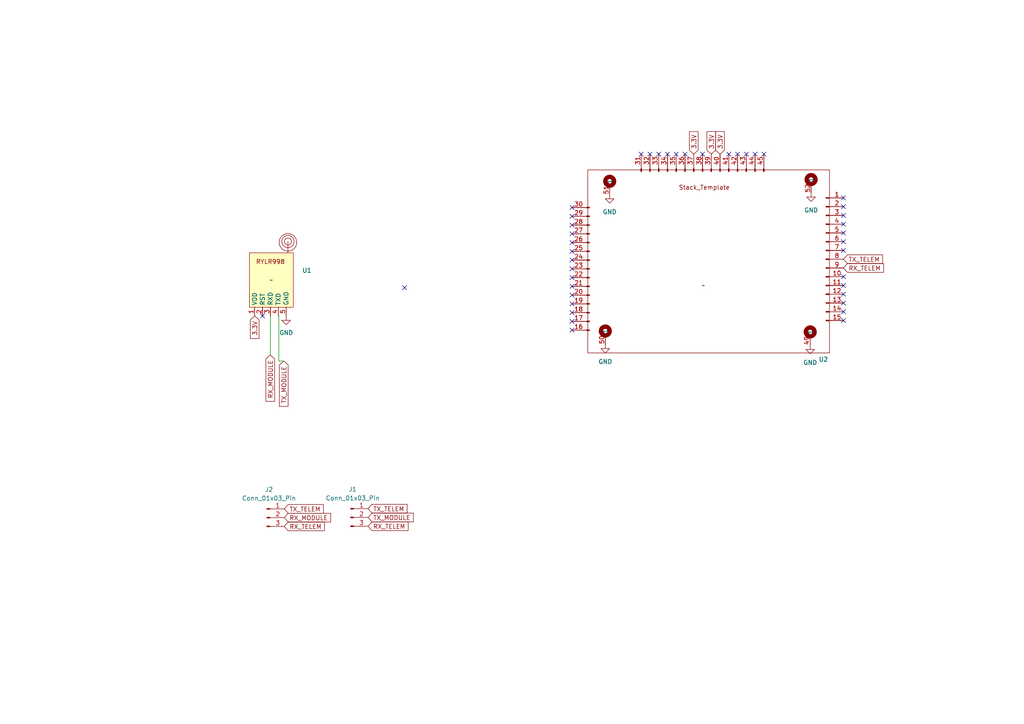
<source format=kicad_sch>
(kicad_sch (version 20230121) (generator eeschema)
  (paper "A4")
  (lib_symbols
    (symbol "Connector:Conn_01x03_Pin" (pin_names (offset 1.016) hide)
      (property "Reference" "J" (at 0 5.08 0))
      (property "Value" "Conn_01x03_Pin" (at 0 -5.08 0))
      (symbol "Conn_01x03_Pin_1_1"
        (polyline (pts (xy 1.27 -2.54) (xy 0.8636 -2.54)) (stroke (width 0.1524)))
        (polyline (pts (xy 1.27 0) (xy 0.8636 0)) (stroke (width 0.1524)))
        (polyline (pts (xy 1.27 2.54) (xy 0.8636 2.54)) (stroke (width 0.1524)))
        (rectangle (start 0.8636 -2.413) (end 0 -2.667) (stroke (width 0.1524)) (fill (type outline)))
        (rectangle (start 0.8636 0.127) (end 0 -0.127) (stroke (width 0.1524)) (fill (type outline)))
        (rectangle (start 0.8636 2.667) (end 0 2.413) (stroke (width 0.1524)) (fill (type outline)))
        (pin passive line (at 5.08 2.54 180) (length 3.81) (name "Pin_1") (number "1"))
        (pin passive line (at 5.08 0 180) (length 3.81) (name "Pin_2") (number "2"))
        (pin passive line (at 5.08 -2.54 180) (length 3.81) (name "Pin_3") (number "3"))
      )
    )
    (symbol "RYLR998:RYLR998"
      (property "Reference" "U" (at 0 0 0))
      (symbol "RYLR998_0_1"
        (polyline (pts (xy 4.826 7.874) (xy 4.826 11.176)))
        (circle (center 4.826 10.922) (radius 2.54))
        (circle (center 4.826 11.176) (radius 1.016))
        (circle (center 4.826 11.176) (radius 1.778))
      )
      (symbol "RYLR998_1_1"
        (rectangle (start -6.35 7.874) (end 6.35 -7.874) (fill (type background)))
        (text "RYLR998\n" (at -0.254 5.334 0) (effects (font (size 1.27 1.27))))
        (pin input line (at -4.826 -10.414 90) (length 2.54) (name "VDD") (number "1"))
        (pin input line (at -2.54 -10.414 90) (length 2.54) (name "RST") (number "2"))
        (pin input line (at -0.254 -10.414 90) (length 2.54) (name "RXD") (number "3"))
        (pin input line (at 2.032 -10.414 90) (length 2.54) (name "TXD") (number "4"))
        (pin input line (at 4.318 -10.414 90) (length 2.54) (name "GND") (number "5"))
      )
    )
    (symbol "fc_stack:Template"
      (property "Reference" "U" (at 0 0 0))
      (symbol "Template_0_1"
        (circle (center -28.448 -13.208) (radius 1.27) (stroke (width 1.27)))
        (circle (center -27.178 30.226) (radius 1.27) (stroke (width 1.27)))
        (circle (center 30.988 -13.462) (radius 1.27) (stroke (width 1.27)))
        (circle (center 31.242 30.734) (radius 1.27) (stroke (width 1.27)))
      )
      (symbol "Template_1_1"
        (rectangle (start -33.8836 -13.081) (end -33.02 -12.827) (stroke (width 0.1524)) (fill (type outline)))
        (rectangle (start -33.8836 -10.541) (end -33.02 -10.287) (stroke (width 0.1524)) (fill (type outline)))
        (rectangle (start -33.8836 -8.001) (end -33.02 -7.747) (stroke (width 0.1524)) (fill (type outline)))
        (rectangle (start -33.8836 -5.461) (end -33.02 -5.207) (stroke (width 0.1524)) (fill (type outline)))
        (rectangle (start -33.8836 -2.921) (end -33.02 -2.667) (stroke (width 0.1524)) (fill (type outline)))
        (rectangle (start -33.8836 -0.381) (end -33.02 -0.127) (stroke (width 0.1524)) (fill (type outline)))
        (rectangle (start -33.8836 2.159) (end -33.02 2.413) (stroke (width 0.1524)) (fill (type outline)))
        (rectangle (start -33.8836 4.699) (end -33.02 4.953) (stroke (width 0.1524)) (fill (type outline)))
        (rectangle (start -33.8836 7.239) (end -33.02 7.493) (stroke (width 0.1524)) (fill (type outline)))
        (rectangle (start -33.8836 9.779) (end -33.02 10.033) (stroke (width 0.1524)) (fill (type outline)))
        (rectangle (start -33.8836 12.319) (end -33.02 12.573) (stroke (width 0.1524)) (fill (type outline)))
        (rectangle (start -33.8836 14.859) (end -33.02 15.113) (stroke (width 0.1524)) (fill (type outline)))
        (rectangle (start -33.8836 17.399) (end -33.02 17.653) (stroke (width 0.1524)) (fill (type outline)))
        (rectangle (start -33.8836 19.939) (end -33.02 20.193) (stroke (width 0.1524)) (fill (type outline)))
        (rectangle (start -33.8836 22.479) (end -33.02 22.733) (stroke (width 0.1524)) (fill (type outline)))
        (rectangle (start -33.528 33.528) (end 36.576 -19.558))
        (rectangle (start -18.161 33.8836) (end -17.907 33.02) (stroke (width 0.1524)) (fill (type outline)))
        (rectangle (start -15.621 33.8836) (end -15.367 33.02) (stroke (width 0.1524)) (fill (type outline)))
        (rectangle (start -13.081 33.8836) (end -12.827 33.02) (stroke (width 0.1524)) (fill (type outline)))
        (rectangle (start -10.541 33.8836) (end -10.287 33.02) (stroke (width 0.1524)) (fill (type outline)))
        (rectangle (start -8.001 33.8836) (end -7.747 33.02) (stroke (width 0.1524)) (fill (type outline)))
        (rectangle (start -5.461 33.8836) (end -5.207 33.02) (stroke (width 0.1524)) (fill (type outline)))
        (rectangle (start -2.921 33.8836) (end -2.667 33.02) (stroke (width 0.1524)) (fill (type outline)))
        (rectangle (start -0.381 33.8836) (end -0.127 33.02) (stroke (width 0.1524)) (fill (type outline)))
        (polyline (pts (xy -34.29 -12.954) (xy -33.8836 -12.954)) (stroke (width 0.1524)))
        (polyline (pts (xy -34.29 -10.414) (xy -33.8836 -10.414)) (stroke (width 0.1524)))
        (polyline (pts (xy -34.29 -7.874) (xy -33.8836 -7.874)) (stroke (width 0.1524)))
        (polyline (pts (xy -34.29 -5.334) (xy -33.8836 -5.334)) (stroke (width 0.1524)))
        (polyline (pts (xy -34.29 -2.794) (xy -33.8836 -2.794)) (stroke (width 0.1524)))
        (polyline (pts (xy -34.29 -0.254) (xy -33.8836 -0.254)) (stroke (width 0.1524)))
        (polyline (pts (xy -34.29 2.286) (xy -33.8836 2.286)) (stroke (width 0.1524)))
        (polyline (pts (xy -34.29 4.826) (xy -33.8836 4.826)) (stroke (width 0.1524)))
        (polyline (pts (xy -34.29 7.366) (xy -33.8836 7.366)) (stroke (width 0.1524)))
        (polyline (pts (xy -34.29 9.906) (xy -33.8836 9.906)) (stroke (width 0.1524)))
        (polyline (pts (xy -34.29 12.446) (xy -33.8836 12.446)) (stroke (width 0.1524)))
        (polyline (pts (xy -34.29 14.986) (xy -33.8836 14.986)) (stroke (width 0.1524)))
        (polyline (pts (xy -34.29 17.526) (xy -33.8836 17.526)) (stroke (width 0.1524)))
        (polyline (pts (xy -34.29 20.066) (xy -33.8836 20.066)) (stroke (width 0.1524)))
        (polyline (pts (xy -34.29 22.606) (xy -33.8836 22.606)) (stroke (width 0.1524)))
        (polyline (pts (xy -18.034 34.29) (xy -18.034 33.8836)) (stroke (width 0.1524)))
        (polyline (pts (xy -15.494 34.29) (xy -15.494 33.8836)) (stroke (width 0.1524)))
        (polyline (pts (xy -12.954 34.29) (xy -12.954 33.8836)) (stroke (width 0.1524)))
        (polyline (pts (xy -10.414 34.29) (xy -10.414 33.8836)) (stroke (width 0.1524)))
        (polyline (pts (xy -7.874 34.29) (xy -7.874 33.8836)))
        (polyline (pts (xy -5.334 34.29) (xy -5.334 33.8836)) (stroke (width 0.1524)))
        (polyline (pts (xy -2.794 34.29) (xy -2.794 33.8836)) (stroke (width 0.1524)))
        (polyline (pts (xy -0.254 34.29) (xy -0.254 33.8836)) (stroke (width 0.1524)))
        (polyline (pts (xy 2.286 34.29) (xy 2.286 33.8836)) (stroke (width 0.1524)))
        (polyline (pts (xy 4.826 34.29) (xy 4.826 33.8836)) (stroke (width 0.1524)))
        (polyline (pts (xy 7.366 34.29) (xy 7.366 33.8836)) (stroke (width 0.1524)))
        (polyline (pts (xy 9.906 34.29) (xy 9.906 33.8836)) (stroke (width 0.1524)))
        (polyline (pts (xy 12.446 34.29) (xy 12.446 33.8836)) (stroke (width 0.1524)))
        (polyline (pts (xy 14.986 34.29) (xy 14.986 33.8836)) (stroke (width 0.1524)))
        (polyline (pts (xy 17.526 34.29) (xy 17.526 33.8836)) (stroke (width 0.1524)))
        (polyline (pts (xy 36.83 -10.16) (xy 36.4236 -10.16)) (stroke (width 0.1524)))
        (polyline (pts (xy 36.83 -7.62) (xy 36.4236 -7.62)) (stroke (width 0.1524)))
        (polyline (pts (xy 36.83 -5.08) (xy 36.4236 -5.08)) (stroke (width 0.1524)))
        (polyline (pts (xy 36.83 -2.54) (xy 36.4236 -2.54)) (stroke (width 0.1524)))
        (polyline (pts (xy 36.83 0) (xy 36.4236 0)) (stroke (width 0.1524)))
        (polyline (pts (xy 36.83 2.54) (xy 36.4236 2.54)) (stroke (width 0.1524)))
        (polyline (pts (xy 36.83 5.08) (xy 36.4236 5.08)) (stroke (width 0.1524)))
        (polyline (pts (xy 36.83 7.62) (xy 36.4236 7.62)) (stroke (width 0.1524)))
        (polyline (pts (xy 36.83 10.16) (xy 36.4236 10.16)) (stroke (width 0.1524)))
        (polyline (pts (xy 36.83 12.7) (xy 36.4236 12.7)) (stroke (width 0.1524)))
        (polyline (pts (xy 36.83 15.24) (xy 36.4236 15.24)) (stroke (width 0.1524)))
        (polyline (pts (xy 36.83 17.78) (xy 36.4236 17.78)) (stroke (width 0.1524)))
        (polyline (pts (xy 36.83 20.32) (xy 36.4236 20.32)) (stroke (width 0.1524)))
        (polyline (pts (xy 36.83 22.86) (xy 36.4236 22.86)) (stroke (width 0.1524)))
        (polyline (pts (xy 36.83 25.4) (xy 36.4236 25.4)) (stroke (width 0.1524)))
        (rectangle (start 2.159 33.8836) (end 2.413 33.02) (stroke (width 0.1524)) (fill (type outline)))
        (rectangle (start 4.699 33.8836) (end 4.953 33.02) (stroke (width 0.1524)) (fill (type outline)))
        (rectangle (start 7.239 33.8836) (end 7.493 33.02) (stroke (width 0.1524)) (fill (type outline)))
        (rectangle (start 9.779 33.8836) (end 10.033 33.02) (stroke (width 0.1524)) (fill (type outline)))
        (rectangle (start 12.319 33.8836) (end 12.573 33.02) (stroke (width 0.1524)) (fill (type outline)))
        (rectangle (start 14.859 33.8836) (end 15.113 33.02) (stroke (width 0.1524)) (fill (type outline)))
        (rectangle (start 17.399 33.8836) (end 17.653 33.02) (stroke (width 0.1524)) (fill (type outline)))
        (rectangle (start 36.4236 -10.033) (end 35.56 -10.287) (stroke (width 0.1524)) (fill (type outline)))
        (rectangle (start 36.4236 -7.493) (end 35.56 -7.747) (stroke (width 0.1524)) (fill (type outline)))
        (rectangle (start 36.4236 -4.953) (end 35.56 -5.207) (stroke (width 0.1524)) (fill (type outline)))
        (rectangle (start 36.4236 -2.413) (end 35.56 -2.667) (stroke (width 0.1524)) (fill (type outline)))
        (rectangle (start 36.4236 0.127) (end 35.56 -0.127) (stroke (width 0.1524)) (fill (type outline)))
        (rectangle (start 36.4236 2.667) (end 35.56 2.413) (stroke (width 0.1524)) (fill (type outline)))
        (rectangle (start 36.4236 5.207) (end 35.56 4.953) (stroke (width 0.1524)) (fill (type outline)))
        (rectangle (start 36.4236 7.747) (end 35.56 7.493) (stroke (width 0.1524)) (fill (type outline)))
        (rectangle (start 36.4236 10.287) (end 35.56 10.033) (stroke (width 0.1524)) (fill (type outline)))
        (rectangle (start 36.4236 12.827) (end 35.56 12.573) (stroke (width 0.1524)) (fill (type outline)))
        (rectangle (start 36.4236 15.367) (end 35.56 15.113) (stroke (width 0.1524)) (fill (type outline)))
        (rectangle (start 36.4236 17.907) (end 35.56 17.653) (stroke (width 0.1524)) (fill (type outline)))
        (rectangle (start 36.4236 20.447) (end 35.56 20.193) (stroke (width 0.1524)) (fill (type outline)))
        (rectangle (start 36.4236 22.987) (end 35.56 22.733) (stroke (width 0.1524)) (fill (type outline)))
        (rectangle (start 36.4236 25.527) (end 35.56 25.273) (stroke (width 0.1524)) (fill (type outline)))
        (text "Stack_Template\n" (at 0.254 28.448 0) (effects (font (size 1.27 1.27))))
        (pin passive line (at 40.64 25.4 180) (length 3.81) (name "") (number "1"))
        (pin passive line (at 40.64 2.54 180) (length 3.81) (name "") (number "10"))
        (pin passive line (at 40.64 0 180) (length 3.81) (name "") (number "11"))
        (pin passive line (at 40.64 -2.54 180) (length 3.81) (name "") (number "12"))
        (pin passive line (at 40.64 -5.08 180) (length 3.81) (name "") (number "13"))
        (pin passive line (at 40.64 -7.62 180) (length 3.81) (name "") (number "14"))
        (pin passive line (at 40.64 -10.16 180) (length 3.81) (name "") (number "15"))
        (pin passive line (at -38.1 -12.954 0) (length 3.81) (name "") (number "16"))
        (pin passive line (at -38.1 -10.414 0) (length 3.81) (name "") (number "17"))
        (pin passive line (at -38.1 -7.874 0) (length 3.81) (name "") (number "18"))
        (pin passive line (at -38.1 -5.334 0) (length 3.81) (name "") (number "19"))
        (pin passive line (at 40.64 22.86 180) (length 3.81) (name "") (number "2"))
        (pin passive line (at -38.1 -2.794 0) (length 3.81) (name "") (number "20"))
        (pin passive line (at -38.1 -0.254 0) (length 3.81) (name "") (number "21"))
        (pin passive line (at -38.1 2.286 0) (length 3.81) (name "") (number "22"))
        (pin passive line (at -38.1 4.826 0) (length 3.81) (name "") (number "23"))
        (pin passive line (at -38.1 7.366 0) (length 3.81) (name "") (number "24"))
        (pin passive line (at -38.1 9.906 0) (length 3.81) (name "") (number "25"))
        (pin passive line (at -38.1 12.446 0) (length 3.81) (name "") (number "26"))
        (pin passive line (at -38.1 14.986 0) (length 3.81) (name "") (number "27"))
        (pin passive line (at -38.1 17.526 0) (length 3.81) (name "") (number "28"))
        (pin passive line (at -38.1 20.066 0) (length 3.81) (name "") (number "29"))
        (pin passive line (at 40.64 20.32 180) (length 3.81) (name "") (number "3"))
        (pin passive line (at -38.1 22.606 0) (length 3.81) (name "") (number "30"))
        (pin passive line (at -18.034 38.1 270) (length 3.81) (name "") (number "31"))
        (pin passive line (at -15.494 38.1 270) (length 3.81) (name "") (number "32"))
        (pin passive line (at -12.954 38.1 270) (length 3.81) (name "") (number "33"))
        (pin passive line (at -10.414 38.1 270) (length 3.81) (name "") (number "34"))
        (pin passive line (at -7.874 38.1 270) (length 3.81) (name "") (number "35"))
        (pin passive line (at -5.334 38.1 270) (length 3.81) (name "") (number "36"))
        (pin passive line (at -2.794 38.1 270) (length 3.81) (name "") (number "37"))
        (pin passive line (at -0.254 38.1 270) (length 3.81) (name "") (number "38"))
        (pin passive line (at 2.286 38.1 270) (length 3.81) (name "") (number "39"))
        (pin passive line (at 40.64 17.78 180) (length 3.81) (name "") (number "4"))
        (pin passive line (at 4.826 38.1 270) (length 3.81) (name "") (number "40"))
        (pin passive line (at 7.366 38.1 270) (length 3.81) (name "") (number "41"))
        (pin passive line (at 9.906 38.1 270) (length 3.81) (name "") (number "42"))
        (pin passive line (at 12.446 38.1 270) (length 3.81) (name "") (number "43"))
        (pin passive line (at 14.986 38.1 270) (length 3.81) (name "") (number "44"))
        (pin passive line (at 17.526 38.1 270) (length 3.81) (name "") (number "45"))
        (pin input line (at 30.988 -17.272 90) (length 2.54) (name "1") (number "49"))
        (pin passive line (at 40.64 15.24 180) (length 3.81) (name "") (number "5"))
        (pin input line (at -28.448 -17.018 90) (length 2.54) (name "1") (number "50"))
        (pin input line (at -27.178 26.416 90) (length 2.54) (name "1") (number "51"))
        (pin input line (at 31.242 26.924 90) (length 2.54) (name "1") (number "52"))
        (pin passive line (at 40.64 12.7 180) (length 3.81) (name "") (number "6"))
        (pin passive line (at 40.64 10.16 180) (length 3.81) (name "") (number "7"))
        (pin passive line (at 40.64 7.62 180) (length 3.81) (name "") (number "8"))
        (pin passive line (at 40.64 5.08 180) (length 3.81) (name "") (number "9"))
      )
    )
    (symbol "power:GND" (power) (pin_names (offset 0))
      (property "Value" "GND" (at 0 -3.81 0))
      (symbol "GND_0_1"
        (polyline (pts (xy 0 0) (xy 0 -1.27) (xy 1.27 -1.27) (xy 0 -2.54) (xy -1.27 -1.27) (xy 0 -1.27)))
      )
      (symbol "GND_1_1"
        (pin power_in line (at 0 0 270) (length 0) hide (name "GND") (number "1"))
      )
    )
  )
  (no_connect (at 244.6528 59.944))
  (no_connect (at 244.6528 92.964))
  (no_connect (at 165.9128 62.738))
  (no_connect (at 203.7588 44.704))
  (no_connect (at 244.6528 70.104))
  (no_connect (at 193.5988 44.704))
  (no_connect (at 117.3226 83.439))
  (no_connect (at 244.6528 80.264))
  (no_connect (at 165.9128 65.278))
  (no_connect (at 165.9128 95.758))
  (no_connect (at 165.9128 67.818))
  (no_connect (at 165.9128 75.438))
  (no_connect (at 244.6528 57.404))
  (no_connect (at 198.6788 44.704))
  (no_connect (at 165.9128 77.978))
  (no_connect (at 213.9188 44.704))
  (no_connect (at 196.1388 44.704))
  (no_connect (at 165.9128 70.358))
  (no_connect (at 165.9128 90.678))
  (no_connect (at 244.6528 82.804))
  (no_connect (at 165.9128 80.518))
  (no_connect (at 216.4588 44.704))
  (no_connect (at 165.9128 72.898))
  (no_connect (at 244.6528 72.644))
  (no_connect (at 165.9128 85.598))
  (no_connect (at 244.6528 67.564))
  (no_connect (at 211.3788 44.704))
  (no_connect (at 244.6528 87.884))
  (no_connect (at 165.9128 60.198))
  (no_connect (at 244.6528 65.024))
  (no_connect (at 244.6528 90.424))
  (no_connect (at 165.9128 83.058))
  (no_connect (at 244.6528 62.484))
  (no_connect (at 165.9128 93.218))
  (no_connect (at 185.9788 44.704))
  (no_connect (at 244.6528 85.344))
  (no_connect (at 188.5188 44.704))
  (no_connect (at 76.1492 91.6432))
  (no_connect (at 218.9988 44.704))
  (no_connect (at 165.9128 88.138))
  (no_connect (at 191.0588 44.704))
  (no_connect (at 221.5388 44.704))
  (wire (pts (xy 78.4098 91.6432) (xy 78.4352 91.6432)))
  (wire (pts (xy 82.296 104.7242) (xy 80.8736 104.7242)))
  (wire (pts (xy 80.8736 91.6432) (xy 80.7212 91.6432)))
  (wire (pts (xy 78.3844 102.9716) (xy 78.4098 102.9716)))
  (wire (pts (xy 80.8736 104.7242) (xy 80.8736 91.6432)))
  (wire (pts (xy 78.4098 102.9716) (xy 78.4098 91.6432)))
  (global_label "RX_MODULE" (shape input) (at 78.3844 102.9716 270) (property "Intersheetrefs" "${INTERSHEET_REFS}" (effects hide)))
  (global_label "RX_TELEM" (shape input) (at 106.7562 152.6286 0) (property "Intersheetrefs" "${INTERSHEET_REFS}" (effects hide)))
  (global_label "3.3V" (shape input) (at 206.2988 44.704 90) (property "Intersheetrefs" "${INTERSHEET_REFS}" (effects hide)))
  (global_label "3.3V" (shape input) (at 73.8632 91.6432 270) (property "Intersheetrefs" "${INTERSHEET_REFS}" (effects hide)))
  (global_label "RX_MODULE" (shape input) (at 82.4738 150.1394 0) (property "Intersheetrefs" "${INTERSHEET_REFS}" (effects hide)))
  (global_label "TX_TELEM" (shape input) (at 82.4738 147.5994 0) (property "Intersheetrefs" "${INTERSHEET_REFS}" (effects hide)))
  (global_label "RX_TELEM" (shape input) (at 244.6528 77.724 0) (property "Intersheetrefs" "${INTERSHEET_REFS}" (effects hide)))
  (global_label "RX_TELEM" (shape input) (at 82.4738 152.6794 0) (property "Intersheetrefs" "${INTERSHEET_REFS}" (effects hide)))
  (global_label "3.3V" (shape input) (at 201.2188 44.704 90) (property "Intersheetrefs" "${INTERSHEET_REFS}" (effects hide)))
  (global_label "TX_TELEM" (shape input) (at 106.7562 147.5486 0) (property "Intersheetrefs" "${INTERSHEET_REFS}" (effects hide)))
  (global_label "3.3V" (shape input) (at 208.8388 44.704 90) (property "Intersheetrefs" "${INTERSHEET_REFS}" (effects hide)))
  (global_label "TX_TELEM" (shape input) (at 244.6528 75.184 0) (property "Intersheetrefs" "${INTERSHEET_REFS}" (effects hide)))
  (global_label "TX_MODULE" (shape input) (at 106.7562 150.0886 0) (property "Intersheetrefs" "${INTERSHEET_REFS}" (effects hide)))
  (global_label "TX_MODULE" (shape input) (at 82.296 104.7242 270) (property "Intersheetrefs" "${INTERSHEET_REFS}" (effects hide)))
  (symbol (lib_id "fc_stack:Template") (at 204.0128 82.804 0) (unit 1)
    (property "Reference" "U2" (at 237.4489 104.2416 0) (effects (justify left)))
    (property "Value" "~" (at 204.0128 82.804 0))
    (property "Footprint" "FC_Stack_template:FC_Stack_template" (effects hide))
  )
  (symbol (lib_id "power:GND") (at 235.0008 100.076 0) (unit 1)
    (property "Reference" "#PWR03" (effects hide))
    (property "Value" "GND" (at 235.0008 105.156 0))
  )
  (symbol (lib_id "RYLR998:RYLR998") (at 78.6892 81.2292 0) (unit 1)
    (property "Reference" "U1" (at 87.63 78.4352 0) (effects (justify left)))
    (property "Value" "~" (at 78.6892 81.2292 0))
    (property "Footprint" "RYLR998:RYLR998" (effects hide))
  )
  (symbol (lib_id "Connector:Conn_01x03_Pin") (at 77.3938 150.1394 0) (unit 1)
    (property "Reference" "J2" (at 78.0288 141.986 0))
    (property "Value" "Conn_01x03_Pin" (at 78.0288 144.526 0))
    (property "Footprint" "Connector_PinHeader_2.54mm:PinHeader_1x03_P2.54mm_Vertical" (effects hide))
  )
  (symbol (lib_id "power:GND") (at 83.0072 91.6432 0) (unit 1)
    (property "Reference" "#PWR05" (effects hide))
    (property "Value" "GND" (at 83.0072 96.52 0))
  )
  (symbol (lib_id "power:GND") (at 176.8348 56.388 0) (unit 1)
    (property "Reference" "#PWR02" (effects hide))
    (property "Value" "GND" (at 176.8348 61.468 0))
  )
  (symbol (lib_id "power:GND") (at 175.5648 99.822 0) (unit 1)
    (property "Reference" "#PWR01" (effects hide))
    (property "Value" "GND" (at 175.5648 104.902 0))
  )
  (symbol (lib_id "Connector:Conn_01x03_Pin") (at 101.6762 150.0886 0) (unit 1)
    (property "Reference" "J1" (at 102.3112 141.9352 0))
    (property "Value" "Conn_01x03_Pin" (at 102.3112 144.4752 0))
    (property "Footprint" "Connector_PinHeader_2.54mm:PinHeader_1x03_P2.54mm_Vertical" (effects hide))
  )
  (symbol (lib_id "power:GND") (at 235.2548 55.88 0) (unit 1)
    (property "Reference" "#PWR04" (effects hide))
    (property "Value" "GND" (at 235.2548 60.96 0))
  )
)
</source>
